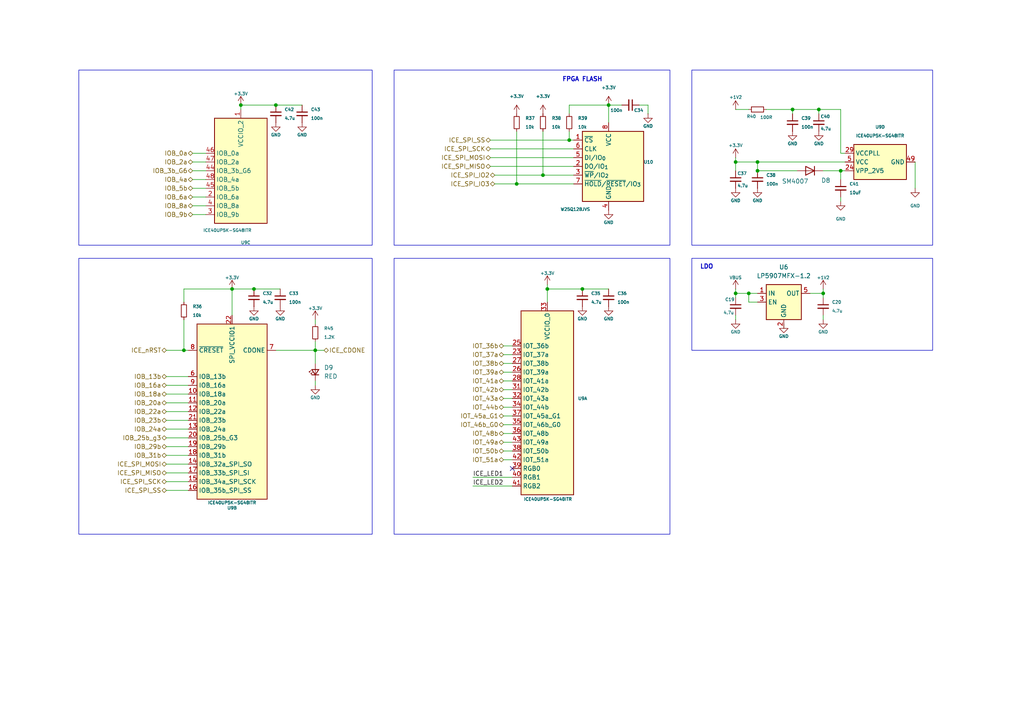
<source format=kicad_sch>
(kicad_sch (version 20250114) (generator "eeschema") (generator_version "9.0")
  (paper "A4")
  (lib_symbols
    (symbol "Device:C_Small" (pin_numbers (hide yes)) (pin_names (offset 0.254) (hide yes))
      (property "Reference" "C" (at 0.254 1.778 0))
      (property "Value" "C_Small" (at 0.254 -2.032 0))
      (symbol "C_Small_0_1"
        (polyline (pts (xy -1.524 0.508) (xy 1.524 0.508)) (stroke (width 0.3048)))
        (polyline (pts (xy -1.524 -0.508) (xy 1.524 -0.508)) (stroke (width 0.3302)))
      )
      (symbol "C_Small_1_1"
        (pin passive line (at 0 2.54 270) (length 2.032) (name "~") (number "1"))
        (pin passive line (at 0 -2.54 90) (length 2.032) (name "~") (number "2"))
      )
    )
    (symbol "Device:LED_Small" (pin_numbers (hide yes)) (pin_names (offset 0.254) (hide yes))
      (property "Reference" "D" (at -1.27 3.175 0))
      (property "Value" "LED_Small" (at -4.445 -2.54 0))
      (symbol "LED_Small_0_1"
        (polyline (pts (xy -0.762 -1.016) (xy -0.762 1.016)) (stroke (width 0.254)))
        (polyline (pts (xy 0 0.762) (xy -0.508 1.27) (xy -0.254 1.27) (xy -0.508 1.27) (xy -0.508 1.016)))
        (polyline (pts (xy 0.508 1.27) (xy 0 1.778) (xy 0.254 1.778) (xy 0 1.778) (xy 0 1.524)))
        (polyline (pts (xy 0.762 -1.016) (xy -0.762 0) (xy 0.762 1.016) (xy 0.762 -1.016)) (stroke (width 0.254)))
        (polyline (pts (xy 1.016 0) (xy -0.762 0)))
      )
      (symbol "LED_Small_1_1"
        (pin passive line (at -2.54 0 0) (length 1.778) (name "K") (number "1"))
        (pin passive line (at 2.54 0 180) (length 1.778) (name "A") (number "2"))
      )
    )
    (symbol "Device:R_Small" (pin_numbers (hide yes)) (pin_names (offset 0.254) (hide yes))
      (property "Reference" "R" (at 0.762 0.508 0))
      (property "Value" "R_Small" (at 0.762 -1.016 0))
      (symbol "R_Small_0_1"
        (rectangle (start -0.762 1.778) (end 0.762 -1.778) (stroke (width 0.2032)))
      )
      (symbol "R_Small_1_1"
        (pin passive line (at 0 2.54 270) (length 0.762) (name "~") (number "1"))
        (pin passive line (at 0 -2.54 90) (length 0.762) (name "~") (number "2"))
      )
    )
    (symbol "Diode:SM4007" (pin_numbers (hide yes)) (pin_names (hide yes))
      (property "Reference" "D" (at 0 2.54 0))
      (property "Value" "SM4007" (at 0 -2.54 0))
      (symbol "SM4007_0_1"
        (polyline (pts (xy -1.27 1.27) (xy -1.27 -1.27)) (stroke (width 0.254)))
        (polyline (pts (xy 1.27 1.27) (xy 1.27 -1.27) (xy -1.27 0) (xy 1.27 1.27)) (stroke (width 0.254)))
        (polyline (pts (xy 1.27 0) (xy -1.27 0)))
      )
      (symbol "SM4007_1_1"
        (pin passive line (at -3.81 0 0) (length 2.54) (name "K") (number "1"))
        (pin passive line (at 3.81 0 180) (length 2.54) (name "A") (number "2"))
      )
    )
    (symbol "FPGA_Lattice:ICE40UP5K-SG48ITR"
      (property "Reference" "U" (at -8.89 -29.21 0))
      (property "Value" "ICE40UP5K-SG48ITR" (at 0 -31.75 0))
      (symbol "ICE40UP5K-SG48ITR_1_1"
        (rectangle (start -7.62 25.4) (end 7.62 -27.94) (stroke (width 0.254)) (fill (type background)))
        (pin bidirectional line (at -10.16 15.24 0) (length 2.54) (name "IOT_36b") (number "25"))
        (pin bidirectional line (at -10.16 12.7 0) (length 2.54) (name "IOT_37a") (number "23"))
        (pin bidirectional line (at -10.16 10.16 0) (length 2.54) (name "IOT_38b") (number "27"))
        (pin bidirectional line (at -10.16 7.62 0) (length 2.54) (name "IOT_39a") (number "26"))
        (pin bidirectional line (at -10.16 5.08 0) (length 2.54) (name "IOT_41a") (number "28"))
        (pin bidirectional line (at -10.16 2.54 0) (length 2.54) (name "IOT_42b") (number "31"))
        (pin bidirectional line (at -10.16 0 0) (length 2.54) (name "IOT_43a") (number "32"))
        (pin bidirectional line (at -10.16 -2.54 0) (length 2.54) (name "IOT_44b") (number "34"))
        (pin bidirectional line (at -10.16 -5.08 0) (length 2.54) (name "IOT_45a_G1") (number "37"))
        (pin bidirectional line (at -10.16 -7.62 0) (length 2.54) (name "IOT_46b_G0") (number "35"))
        (pin bidirectional line (at -10.16 -10.16 0) (length 2.54) (name "IOT_48b") (number "36"))
        (pin bidirectional line (at -10.16 -12.7 0) (length 2.54) (name "IOT_49a") (number "43"))
        (pin bidirectional line (at -10.16 -15.24 0) (length 2.54) (name "IOT_50b") (number "38"))
        (pin bidirectional line (at -10.16 -17.78 0) (length 2.54) (name "IOT_51a") (number "42"))
        (pin open_collector line (at -10.16 -20.32 0) (length 2.54) (name "RGB0") (number "39"))
        (pin open_collector line (at -10.16 -22.86 0) (length 2.54) (name "RGB1") (number "40"))
        (pin open_collector line (at -10.16 -25.4 0) (length 2.54) (name "RGB2") (number "41"))
        (pin power_in line (at 0 27.94 270) (length 2.54) (name "VCCIO_0") (number "33"))
      )
      (symbol "ICE40UP5K-SG48ITR_2_1"
        (rectangle (start -10.16 25.4) (end 10.16 -25.4) (stroke (width 0.254)) (fill (type background)))
        (pin input line (at -12.7 17.78 0) (length 2.54) (name "~{CRESET}") (number "8"))
        (pin bidirectional line (at -12.7 10.16 0) (length 2.54) (name "IOB_13b") (number "6"))
        (pin bidirectional line (at -12.7 7.62 0) (length 2.54) (name "IOB_16a") (number "9"))
        (pin bidirectional line (at -12.7 5.08 0) (length 2.54) (name "IOB_18a") (number "10"))
        (pin bidirectional line (at -12.7 2.54 0) (length 2.54) (name "IOB_20a") (number "11"))
        (pin bidirectional line (at -12.7 0 0) (length 2.54) (name "IOB_22a") (number "12"))
        (pin bidirectional line (at -12.7 -2.54 0) (length 2.54) (name "IOB_23b") (number "21"))
        (pin bidirectional line (at -12.7 -5.08 0) (length 2.54) (name "IOB_24a") (number "13"))
        (pin bidirectional line (at -12.7 -7.62 0) (length 2.54) (name "IOB_25b_G3") (number "20"))
        (pin bidirectional line (at -12.7 -10.16 0) (length 2.54) (name "IOB_29b") (number "19"))
        (pin bidirectional line (at -12.7 -12.7 0) (length 2.54) (name "IOB_31b") (number "18"))
        (pin bidirectional line (at -12.7 -15.24 0) (length 2.54) (name "IOB_32a_SPI_SO") (number "14"))
        (pin bidirectional line (at -12.7 -17.78 0) (length 2.54) (name "IOB_33b_SPI_SI") (number "17"))
        (pin bidirectional line (at -12.7 -20.32 0) (length 2.54) (name "IOB_34a_SPI_SCK") (number "15"))
        (pin bidirectional line (at -12.7 -22.86 0) (length 2.54) (name "IOB_35b_SPI_SS") (number "16"))
        (pin power_in line (at 0 27.94 270) (length 2.54) (name "SPI_VCCIO1") (number "22"))
        (pin open_collector line (at 12.7 17.78 180) (length 2.54) (name "CDONE") (number "7"))
      )
      (symbol "ICE40UP5K-SG48ITR_3_1"
        (rectangle (start -7.62 15.24) (end 7.62 -15.24) (stroke (width 0.254)) (fill (type background)))
        (pin bidirectional line (at -10.16 5.08 0) (length 2.54) (name "IOB_0a") (number "46"))
        (pin bidirectional line (at -10.16 2.54 0) (length 2.54) (name "IOB_2a") (number "47"))
        (pin bidirectional line (at -10.16 0 0) (length 2.54) (name "IOB_3b_G6") (number "44"))
        (pin bidirectional line (at -10.16 -2.54 0) (length 2.54) (name "IOB_4a") (number "48"))
        (pin bidirectional line (at -10.16 -5.08 0) (length 2.54) (name "IOB_5b") (number "45"))
        (pin bidirectional line (at -10.16 -7.62 0) (length 2.54) (name "IOB_6a") (number "2"))
        (pin bidirectional line (at -10.16 -10.16 0) (length 2.54) (name "IOB_8a") (number "4"))
        (pin bidirectional line (at -10.16 -12.7 0) (length 2.54) (name "IOB_9b") (number "3"))
        (pin power_in line (at 0 17.78 270) (length 2.54) (name "VCCIO_2") (number "1"))
      )
      (symbol "ICE40UP5K-SG48ITR_4_1"
        (rectangle (start -5.08 7.62) (end 5.08 -7.62) (stroke (width 0.254)) (fill (type background)))
        (pin power_in line (at -2.54 10.16 270) (length 2.54) (name "VPP_2V5") (number "24"))
        (pin passive line (at 0 10.16 270) (length 2.54) (hide yes) (name "VCC") (number "30"))
        (pin power_in line (at 0 10.16 270) (length 2.54) (name "VCC") (number "5"))
        (pin power_in line (at 0 -10.16 90) (length 2.54) (name "GND") (number "49"))
        (pin power_out line (at 2.54 10.16 270) (length 2.54) (name "VCCPLL") (number "29"))
      )
    )
    (symbol "Memory_Flash:W25Q128JVS"
      (property "Reference" "U" (at -6.35 11.43 0))
      (property "Value" "W25Q128JVS" (at 7.62 11.43 0))
      (symbol "W25Q128JVS_0_1"
        (rectangle (start -7.62 10.16) (end 10.16 -10.16) (stroke (width 0.254)) (fill (type background)))
      )
      (symbol "W25Q128JVS_1_1"
        (pin input line (at -10.16 7.62 0) (length 2.54) (name "~{CS}") (number "1"))
        (pin input line (at -10.16 5.08 0) (length 2.54) (name "CLK") (number "6"))
        (pin bidirectional line (at -10.16 2.54 0) (length 2.54) (name "DI/IO_{0}") (number "5"))
        (pin bidirectional line (at -10.16 0 0) (length 2.54) (name "DO/IO_{1}") (number "2"))
        (pin bidirectional line (at -10.16 -2.54 0) (length 2.54) (name "~{WP}/IO_{2}") (number "3"))
        (pin bidirectional line (at -10.16 -5.08 0) (length 2.54) (name "~{HOLD}/~{RESET}/IO_{3}") (number "7"))
        (pin power_in line (at 0 12.7 270) (length 2.54) (name "VCC") (number "8"))
        (pin power_in line (at 0 -12.7 90) (length 2.54) (name "GND") (number "4"))
      )
    )
    (symbol "Regulator_Linear:LP5907MFX-1.2"
      (property "Reference" "U" (at -3.81 6.35 0))
      (property "Value" "LP5907MFX-1.2" (at 6.35 6.35 0))
      (symbol "LP5907MFX-1.2_0_1"
        (rectangle (start -5.08 -5.08) (end 5.08 5.08) (stroke (width 0.254)) (fill (type background)))
        (pin power_in line (at -7.62 2.54 0) (length 2.54) (name "IN") (number "1"))
        (pin input line (at -7.62 0 0) (length 2.54) (name "EN") (number "3"))
        (pin power_in line (at 0 -7.62 90) (length 2.54) (name "GND") (number "2"))
        (pin no_connect line (at 5.08 0 180) (length 2.54) (hide yes) (name "NC") (number "4"))
        (pin power_out line (at 7.62 2.54 180) (length 2.54) (name "OUT") (number "5"))
      )
    )
    (symbol "power:+1V2" (power) (pin_numbers (hide yes)) (pin_names (offset 0) (hide yes))
      (property "Value" "+1V2" (at 0 3.556 0))
      (symbol "+1V2_0_1"
        (polyline (pts (xy -0.762 1.27) (xy 0 2.54)))
        (polyline (pts (xy 0 2.54) (xy 0.762 1.27)))
        (polyline (pts (xy 0 0) (xy 0 2.54)))
      )
      (symbol "+1V2_1_1"
        (pin power_in line (at 0 0 90) (length 0) (name "~") (number "1"))
      )
    )
    (symbol "power:+3.3V" (power) (pin_numbers (hide yes)) (pin_names (offset 0) (hide yes))
      (property "Value" "+3.3V" (at 0 3.556 0))
      (symbol "+3.3V_0_1"
        (polyline (pts (xy -0.762 1.27) (xy 0 2.54)))
        (polyline (pts (xy 0 2.54) (xy 0.762 1.27)))
        (polyline (pts (xy 0 0) (xy 0 2.54)))
      )
      (symbol "+3.3V_1_1"
        (pin power_in line (at 0 0 90) (length 0) (name "~") (number "1"))
      )
    )
    (symbol "power:GND" (power) (pin_numbers (hide yes)) (pin_names (offset 0) (hide yes))
      (property "Value" "GND" (at 0 -3.81 0))
      (symbol "GND_0_1"
        (polyline (pts (xy 0 0) (xy 0 -1.27) (xy 1.27 -1.27) (xy 0 -2.54) (xy -1.27 -1.27) (xy 0 -1.27)))
      )
      (symbol "GND_1_1"
        (pin power_in line (at 0 0 270) (length 0) (name "~") (number "1"))
      )
    )
    (symbol "power:VBUS" (power) (pin_numbers (hide yes)) (pin_names (offset 0) (hide yes))
      (property "Value" "VBUS" (at 0 3.556 0))
      (symbol "VBUS_0_1"
        (polyline (pts (xy -0.762 1.27) (xy 0 2.54)))
        (polyline (pts (xy 0 2.54) (xy 0.762 1.27)))
        (polyline (pts (xy 0 0) (xy 0 2.54)))
      )
      (symbol "VBUS_1_1"
        (pin power_in line (at 0 0 90) (length 0) (name "~") (number "1"))
      )
    )
  )
  (rectangle (start 200.66 20.32) (end 270.51 71.12))
  (rectangle (start 114.3 20.32) (end 194.31 71.12))
  (rectangle (start 22.86 20.32) (end 107.95 71.12))
  (rectangle (start 114.3 74.93) (end 194.31 154.94))
  (rectangle (start 22.86 74.93) (end 107.95 154.94))
  (rectangle (start 200.66 74.93) (end 270.51 101.6))
  (text "LDO" (at 204.978 77.47 0) (effects (font (size 1.27 1.27) (thickness 0.254) (bold yes))))
  (text "FPGA FLASH\n" (at 168.91 23.114 0) (effects (font (size 1.27 1.27) (thickness 0.254) (bold yes))))
  (junction (at 237.49 31.75))
  (junction (at 219.71 46.99))
  (junction (at 149.86 53.34))
  (junction (at 165.1 40.64))
  (junction (at 243.84 49.53))
  (junction (at 69.85 30.48))
  (junction (at 217.17 85.09))
  (junction (at 176.53 30.48))
  (junction (at 213.36 85.09))
  (junction (at 168.91 83.82))
  (junction (at 53.34 101.6))
  (junction (at 213.36 46.99))
  (junction (at 219.71 49.53))
  (junction (at 73.66 83.82))
  (junction (at 91.44 101.6))
  (junction (at 229.87 31.75))
  (junction (at 67.31 83.82))
  (junction (at 238.76 85.09))
  (junction (at 157.48 50.8))
  (junction (at 158.75 83.82))
  (junction (at 80.01 30.48))
  (no_connect (at 148.59 135.89))
  (wire (pts (xy 158.75 83.82) (xy 168.91 83.82)))
  (wire (pts (xy 243.84 44.45) (xy 243.84 31.75)))
  (wire (pts (xy 222.25 31.75) (xy 229.87 31.75)))
  (wire (pts (xy 158.75 82.55) (xy 158.75 83.82)))
  (wire (pts (xy 245.11 49.53) (xy 243.84 49.53)))
  (wire (pts (xy 176.53 30.48) (xy 176.53 35.56)))
  (wire (pts (xy 149.86 38.1) (xy 149.86 53.34)))
  (wire (pts (xy 48.26 134.62) (xy 54.61 134.62)))
  (wire (pts (xy 142.24 48.26) (xy 166.37 48.26)))
  (wire (pts (xy 53.34 92.71) (xy 53.34 101.6)))
  (wire (pts (xy 166.37 50.8) (xy 157.48 50.8)))
  (wire (pts (xy 227.33 95.25) (xy 227.33 93.98)))
  (wire (pts (xy 91.44 110.49) (xy 91.44 111.76)))
  (wire (pts (xy 213.36 46.99) (xy 219.71 46.99)))
  (wire (pts (xy 146.05 120.65) (xy 148.59 120.65)))
  (wire (pts (xy 67.31 83.82) (xy 67.31 91.44)))
  (wire (pts (xy 165.1 30.48) (xy 176.53 30.48)))
  (wire (pts (xy 217.17 85.09) (xy 217.17 87.63)))
  (wire (pts (xy 146.05 130.81) (xy 148.59 130.81)))
  (wire (pts (xy 142.24 43.18) (xy 166.37 43.18)))
  (wire (pts (xy 146.05 113.03) (xy 148.59 113.03)))
  (wire (pts (xy 229.87 31.75) (xy 237.49 31.75)))
  (wire (pts (xy 213.36 85.09) (xy 213.36 86.36)))
  (wire (pts (xy 213.36 83.82) (xy 213.36 85.09)))
  (wire (pts (xy 55.88 52.07) (xy 59.69 52.07)))
  (wire (pts (xy 213.36 31.75) (xy 217.17 31.75)))
  (wire (pts (xy 80.01 30.48) (xy 87.63 30.48)))
  (wire (pts (xy 238.76 91.44) (xy 238.76 92.71)))
  (wire (pts (xy 55.88 59.69) (xy 59.69 59.69)))
  (wire (pts (xy 146.05 110.49) (xy 148.59 110.49)))
  (wire (pts (xy 48.26 101.6) (xy 53.34 101.6)))
  (wire (pts (xy 53.34 87.63) (xy 53.34 83.82)))
  (wire (pts (xy 165.1 38.1) (xy 165.1 40.64)))
  (wire (pts (xy 146.05 123.19) (xy 148.59 123.19)))
  (wire (pts (xy 238.76 85.09) (xy 238.76 86.36)))
  (wire (pts (xy 143.51 50.8) (xy 157.48 50.8)))
  (wire (pts (xy 187.96 30.48) (xy 185.42 30.48)))
  (wire (pts (xy 55.88 44.45) (xy 59.69 44.45)))
  (wire (pts (xy 48.26 139.7) (xy 54.61 139.7)))
  (wire (pts (xy 142.24 45.72) (xy 166.37 45.72)))
  (wire (pts (xy 69.85 30.48) (xy 69.85 31.75)))
  (wire (pts (xy 146.05 107.95) (xy 148.59 107.95)))
  (wire (pts (xy 165.1 33.02) (xy 165.1 30.48)))
  (wire (pts (xy 55.88 57.15) (xy 59.69 57.15)))
  (wire (pts (xy 48.26 111.76) (xy 54.61 111.76)))
  (wire (pts (xy 146.05 115.57) (xy 148.59 115.57)))
  (wire (pts (xy 48.26 119.38) (xy 54.61 119.38)))
  (wire (pts (xy 166.37 40.64) (xy 165.1 40.64)))
  (wire (pts (xy 48.26 127) (xy 54.61 127)))
  (wire (pts (xy 168.91 83.82) (xy 176.53 83.82)))
  (wire (pts (xy 238.76 49.53) (xy 243.84 49.53)))
  (wire (pts (xy 137.16 140.97) (xy 148.59 140.97)))
  (wire (pts (xy 142.24 40.64) (xy 165.1 40.64)))
  (wire (pts (xy 143.51 53.34) (xy 149.86 53.34)))
  (wire (pts (xy 73.66 83.82) (xy 81.28 83.82)))
  (wire (pts (xy 213.36 91.44) (xy 213.36 92.71)))
  (wire (pts (xy 48.26 116.84) (xy 54.61 116.84)))
  (wire (pts (xy 146.05 128.27) (xy 148.59 128.27)))
  (wire (pts (xy 219.71 46.99) (xy 219.71 49.53)))
  (wire (pts (xy 219.71 46.99) (xy 245.11 46.99)))
  (wire (pts (xy 265.43 46.99) (xy 265.43 54.61)))
  (wire (pts (xy 91.44 101.6) (xy 91.44 105.41)))
  (wire (pts (xy 180.34 30.48) (xy 176.53 30.48)))
  (wire (pts (xy 91.44 92.71) (xy 91.44 93.98)))
  (wire (pts (xy 146.05 105.41) (xy 148.59 105.41)))
  (wire (pts (xy 146.05 133.35) (xy 148.59 133.35)))
  (wire (pts (xy 48.26 124.46) (xy 54.61 124.46)))
  (wire (pts (xy 48.26 121.92) (xy 54.61 121.92)))
  (wire (pts (xy 69.85 30.48) (xy 80.01 30.48)))
  (wire (pts (xy 48.26 137.16) (xy 54.61 137.16)))
  (wire (pts (xy 53.34 83.82) (xy 67.31 83.82)))
  (wire (pts (xy 213.36 45.72) (xy 213.36 46.99)))
  (wire (pts (xy 187.96 33.02) (xy 187.96 30.48)))
  (wire (pts (xy 137.16 138.43) (xy 148.59 138.43)))
  (wire (pts (xy 48.26 114.3) (xy 54.61 114.3)))
  (wire (pts (xy 229.87 31.75) (xy 229.87 33.02)))
  (wire (pts (xy 238.76 85.09) (xy 238.76 83.82)))
  (wire (pts (xy 91.44 99.06) (xy 91.44 101.6)))
  (wire (pts (xy 146.05 100.33) (xy 148.59 100.33)))
  (wire (pts (xy 243.84 44.45) (xy 245.11 44.45)))
  (wire (pts (xy 146.05 118.11) (xy 148.59 118.11)))
  (wire (pts (xy 55.88 54.61) (xy 59.69 54.61)))
  (wire (pts (xy 217.17 85.09) (xy 219.71 85.09)))
  (wire (pts (xy 48.26 129.54) (xy 54.61 129.54)))
  (wire (pts (xy 48.26 109.22) (xy 54.61 109.22)))
  (wire (pts (xy 146.05 102.87) (xy 148.59 102.87)))
  (wire (pts (xy 67.31 83.82) (xy 73.66 83.82)))
  (wire (pts (xy 146.05 125.73) (xy 148.59 125.73)))
  (wire (pts (xy 243.84 49.53) (xy 243.84 52.07)))
  (wire (pts (xy 48.26 142.24) (xy 54.61 142.24)))
  (wire (pts (xy 158.75 83.82) (xy 158.75 87.63)))
  (wire (pts (xy 237.49 31.75) (xy 237.49 33.02)))
  (wire (pts (xy 234.95 85.09) (xy 238.76 85.09)))
  (wire (pts (xy 231.14 49.53) (xy 219.71 49.53)))
  (wire (pts (xy 243.84 31.75) (xy 237.49 31.75)))
  (wire (pts (xy 48.26 132.08) (xy 54.61 132.08)))
  (wire (pts (xy 243.84 58.42) (xy 243.84 57.15)))
  (wire (pts (xy 91.44 101.6) (xy 93.98 101.6)))
  (wire (pts (xy 55.88 46.99) (xy 59.69 46.99)))
  (wire (pts (xy 55.88 49.53) (xy 59.69 49.53)))
  (wire (pts (xy 213.36 85.09) (xy 217.17 85.09)))
  (wire (pts (xy 149.86 53.34) (xy 166.37 53.34)))
  (wire (pts (xy 219.71 87.63) (xy 217.17 87.63)))
  (wire (pts (xy 80.01 101.6) (xy 91.44 101.6)))
  (wire (pts (xy 213.36 46.99) (xy 213.36 49.53)))
  (wire (pts (xy 53.34 101.6) (xy 54.61 101.6)))
  (wire (pts (xy 55.88 62.23) (xy 59.69 62.23)))
  (wire (pts (xy 157.48 50.8) (xy 157.48 38.1)))
  (label "ICE_LED2" (at 137.16 140.97 0))
  (label "ICE_LED1" (at 137.16 138.43 0))
  (hierarchical_label "IOB_22a" (shape bidirectional) (at 48.26 119.38 180))
  (hierarchical_label "IOT_43a" (shape bidirectional) (at 146.05 115.57 180))
  (hierarchical_label "IOB_0a" (shape bidirectional) (at 55.88 44.45 180))
  (hierarchical_label "ICE_CDONE" (shape bidirectional) (at 93.98 101.6 0))
  (hierarchical_label "IOT_51a" (shape bidirectional) (at 146.05 133.35 180))
  (hierarchical_label "IOB_9b" (shape bidirectional) (at 55.88 62.23 180))
  (hierarchical_label "IOB_2a" (shape bidirectional) (at 55.88 46.99 180))
  (hierarchical_label "IOB_24a" (shape bidirectional) (at 48.26 124.46 180))
  (hierarchical_label "IOT_46b_G0" (shape bidirectional) (at 146.05 123.19 180))
  (hierarchical_label "IOB_13b" (shape bidirectional) (at 48.26 109.22 180))
  (hierarchical_label "IOT_48b" (shape bidirectional) (at 146.05 125.73 180))
  (hierarchical_label "ICE_SPI_MOSI" (shape bidirectional) (at 142.24 45.72 180))
  (hierarchical_label "IOB_31b" (shape bidirectional) (at 48.26 132.08 180))
  (hierarchical_label "IOT_49a" (shape bidirectional) (at 146.05 128.27 180))
  (hierarchical_label "IOB_29b" (shape bidirectional) (at 48.26 129.54 180))
  (hierarchical_label "IOT_42b" (shape bidirectional) (at 146.05 113.03 180))
  (hierarchical_label "IOT_44b" (shape bidirectional) (at 146.05 118.11 180))
  (hierarchical_label "IOB_6a" (shape bidirectional) (at 55.88 57.15 180))
  (hierarchical_label "ICE_SPI_MOSI" (shape bidirectional) (at 48.26 134.62 180))
  (hierarchical_label "IOB_16a" (shape bidirectional) (at 48.26 111.76 180))
  (hierarchical_label "ICE_SPI_SCK" (shape bidirectional) (at 48.26 139.7 180))
  (hierarchical_label "ICE_SPI_SS" (shape bidirectional) (at 48.26 142.24 180))
  (hierarchical_label "ICE_SPI_SS" (shape bidirectional) (at 142.24 40.64 180))
  (hierarchical_label "ICE_SPI_IO2" (shape bidirectional) (at 143.51 50.8 180))
  (hierarchical_label "IOT_39a" (shape bidirectional) (at 146.05 107.95 180))
  (hierarchical_label "ICE_SPI_SCK" (shape bidirectional) (at 142.24 43.18 180))
  (hierarchical_label "IOB_3b_G6" (shape bidirectional) (at 55.88 49.53 180))
  (hierarchical_label "IOB_4a" (shape bidirectional) (at 55.88 52.07 180))
  (hierarchical_label "IOT_45a_G1" (shape bidirectional) (at 146.05 120.65 180))
  (hierarchical_label "IOT_37a" (shape bidirectional) (at 146.05 102.87 180))
  (hierarchical_label "IOB_18a" (shape bidirectional) (at 48.26 114.3 180))
  (hierarchical_label "IOT_36b" (shape bidirectional) (at 146.05 100.33 180))
  (hierarchical_label "IOT_50b" (shape bidirectional) (at 146.05 130.81 180))
  (hierarchical_label "ICE_SPI_IO3" (shape bidirectional) (at 143.51 53.34 180))
  (hierarchical_label "IOT_41a" (shape bidirectional) (at 146.05 110.49 180))
  (hierarchical_label "IOB_8a" (shape bidirectional) (at 55.88 59.69 180))
  (hierarchical_label "IOT_38b" (shape bidirectional) (at 146.05 105.41 180))
  (hierarchical_label "IOB_25b_g3" (shape bidirectional) (at 48.26 127 180))
  (hierarchical_label "IOB_20a" (shape bidirectional) (at 48.26 116.84 180))
  (hierarchical_label "ICE_SPI_MISO" (shape bidirectional) (at 142.24 48.26 180))
  (hierarchical_label "IOB_5b" (shape bidirectional) (at 55.88 54.61 180))
  (hierarchical_label "ICE_nRST" (shape bidirectional) (at 48.26 101.6 180))
  (hierarchical_label "IOB_23b" (shape bidirectional) (at 48.26 121.92 180))
  (hierarchical_label "ICE_SPI_MISO" (shape bidirectional) (at 48.26 137.16 180))
  (symbol (lib_id "Diode:SM4007") (at 234.95 49.53 180) (unit 1)
    (property "Reference" "D8" (at 239.522 52.324 0))
    (property "Value" "SM4007" (at 230.632 52.578 0))
    (property "Footprint" "Diode_SMD:D_SOD-123F" (effects (hide yes)))
    (property "Datasheet" "http://cdn-reichelt.de/documents/datenblatt/A400/SMD1N400%23DIO.pdf" (effects (hide yes)))
    (property "Description" "1000V 1A General Purpose Rectifier Diode, MELF" (effects (hide yes)))
    (property "Sim.Device" "D" (effects (hide yes)))
    (property "Sim.Pins" "1=K 2=A" (effects (hide yes)))
  )
  (symbol (lib_id "FPGA_Lattice:ICE40UP5K-SG48ITR") (at 67.31 119.38 0) (unit 2)
    (property "Reference" "U9" (at 67.31 147.32 0) (effects (font (size 0.889 0.889))))
    (property "Value" "ICE40UP5K-SG48ITR" (at 67.31 145.796 0) (effects (font (size 0.889 0.889))))
    (property "Footprint" "Package_DFN_QFN:QFN-48-1EP_7x7mm_P0.5mm_EP5.6x5.6mm" (effects (hide yes)))
    (property "Datasheet" "http://www.latticesemi.com/Products/FPGAandCPLD/iCE40Ultra" (effects (hide yes)))
    (property "Description" "iCE40 UltraPlus FPGA, 5280 LUTs, 1.2V, 48-pin QFN" (effects (hide yes)))
  )
  (symbol (lib_id "power:+3.3V") (at 157.48 33.02 0) (unit 1)
    (property "Reference" "#PWR087" (effects (hide yes)))
    (property "Value" "+3.3V" (at 157.48 27.94 0) (effects (font (size 0.889 0.889))))
    (property "Description" "Power symbol creates a global label with name \"+3.3V\"" (effects (hide yes)))
  )
  (symbol (lib_id "FPGA_Lattice:ICE40UP5K-SG48ITR") (at 255.27 46.99 90) (unit 4)
    (property "Reference" "U9" (at 255.27 36.83 90) (effects (font (size 0.889 0.889))))
    (property "Value" "ICE40UP5K-SG48ITR" (at 255.27 39.37 90) (effects (font (size 0.889 0.889))))
    (property "Footprint" "Package_DFN_QFN:QFN-48-1EP_7x7mm_P0.5mm_EP5.6x5.6mm" (effects (hide yes)))
    (property "Datasheet" "http://www.latticesemi.com/Products/FPGAandCPLD/iCE40Ultra" (effects (hide yes)))
    (property "Description" "iCE40 UltraPlus FPGA, 5280 LUTs, 1.2V, 48-pin QFN" (effects (hide yes)))
  )
  (symbol (lib_id "power:GND") (at 227.33 93.98 0) (unit 1)
    (property "Reference" "#PWR038" (effects (hide yes)))
    (property "Value" "GND" (at 227.33 97.536 0) (effects (font (size 0.889 0.889))))
    (property "Description" "Power symbol creates a global label with name \"GND\" , ground" (effects (hide yes)))
  )
  (symbol (lib_id "power:GND") (at 219.71 54.61 0) (mirror y) (unit 1)
    (property "Reference" "#PWR096" (effects (hide yes)))
    (property "Value" "GND" (at 219.71 58.166 0) (effects (font (size 0.889 0.889))))
    (property "Description" "Power symbol creates a global label with name \"GND\" , ground" (effects (hide yes)))
  )
  (symbol (lib_id "power:GND") (at 238.76 92.71 0) (unit 1)
    (property "Reference" "#PWR045" (effects (hide yes)))
    (property "Value" "GND" (at 238.76 96.266 0) (effects (font (size 0.889 0.889))))
    (property "Description" "Power symbol creates a global label with name \"GND\" , ground" (effects (hide yes)))
  )
  (symbol (lib_id "Device:LED_Small") (at 91.44 107.95 90) (unit 1)
    (property "Reference" "D9" (at 93.98 106.6164 90) (effects (justify right)))
    (property "Value" "RED" (at 93.98 109.1564 90) (effects (justify right)))
    (property "Footprint" "LED_SMD:LED_0603_1608Metric" (effects (hide yes)))
    (property "Description" "Light emitting diode, small symbol" (effects (hide yes)))
    (property "Sim.Pin" "1=K 2=A" (effects (hide yes)))
  )
  (symbol (lib_id "power:GND") (at 243.84 58.42 0) (mirror y) (unit 1)
    (property "Reference" "#PWR0100" (effects (hide yes)))
    (property "Value" "GND" (at 243.84 63.5 0) (effects (font (size 0.889 0.889))))
    (property "Description" "Power symbol creates a global label with name \"GND\" , ground" (effects (hide yes)))
  )
  (symbol (lib_id "Device:C_Small") (at 73.66 86.36 0) (unit 1)
    (property "Reference" "C32" (at 76.2 85.0963 0) (effects (font (size 0.889 0.889)) (justify left)))
    (property "Value" "4.7u" (at 76.2 87.6363 0) (effects (font (size 0.889 0.889)) (justify left)))
    (property "Footprint" "Capacitor_SMD:C_0603_1608Metric" (effects (hide yes)))
    (property "Description" "Unpolarized capacitor, small symbol" (effects (hide yes)))
  )
  (symbol (lib_id "Memory_Flash:W25Q128JVS") (at 176.53 48.26 0) (unit 1)
    (property "Reference" "U10" (at 186.69 46.9899 0) (effects (font (size 0.889 0.889)) (justify left)))
    (property "Value" "W25Q128JVS" (at 162.56 60.706 0) (effects (font (size 0.889 0.889)) (justify left)))
    (property "Footprint" "Package_SO:SOIC-8_5.3x5.3mm_P1.27mm" (effects (hide yes)))
    (property "Datasheet" "https://www.winbond.com/resource-files/w25q128jv_dtr%20revc%2003272018%20plus.pdf" (effects (hide yes)))
    (property "Description" "128Mbit / 16MiB Serial Flash Memory, Standard/Dual/Quad SPI, 2.7-3.6V, SOIC-8" (effects (hide yes)))
  )
  (symbol (lib_id "power:GND") (at 80.01 35.56 0) (mirror y) (unit 1)
    (property "Reference" "#PWR0102" (effects (hide yes)))
    (property "Value" "GND" (at 80.01 39.116 0) (effects (font (size 0.889 0.889))))
    (property "Description" "Power symbol creates a global label with name \"GND\" , ground" (effects (hide yes)))
  )
  (symbol (lib_id "Device:C_Small") (at 87.63 33.02 0) (unit 1)
    (property "Reference" "C43" (at 90.17 31.7562 0) (effects (font (size 0.889 0.889)) (justify left)))
    (property "Value" "100n" (at 90.17 34.2962 0) (effects (font (size 0.889 0.889)) (justify left)))
    (property "Footprint" "Capacitor_SMD:C_0402_1005Metric" (effects (hide yes)))
    (property "Description" "Unpolarized capacitor, small symbol" (effects (hide yes)))
  )
  (symbol (lib_id "Device:C_Small") (at 219.71 52.07 0) (unit 1)
    (property "Reference" "C38" (at 222.25 50.8062 0) (effects (font (size 0.889 0.889)) (justify left)))
    (property "Value" "100n" (at 222.25 53.3462 0) (effects (font (size 0.889 0.889)) (justify left)))
    (property "Footprint" "Capacitor_SMD:C_0402_1005Metric" (effects (hide yes)))
    (property "Description" "Unpolarized capacitor, small symbol" (effects (hide yes)))
  )
  (symbol (lib_id "Device:C_Small") (at 80.01 33.02 0) (unit 1)
    (property "Reference" "C42" (at 82.55 31.7563 0) (effects (font (size 0.889 0.889)) (justify left)))
    (property "Value" "4.7u" (at 82.55 34.2963 0) (effects (font (size 0.889 0.889)) (justify left)))
    (property "Footprint" "Capacitor_SMD:C_0603_1608Metric" (effects (hide yes)))
    (property "Description" "Unpolarized capacitor, small symbol" (effects (hide yes)))
  )
  (symbol (lib_id "Device:R_Small") (at 149.86 35.56 0) (unit 1)
    (property "Reference" "R37" (at 152.4 34.2899 0) (effects (font (size 0.889 0.889)) (justify left)))
    (property "Value" "10k" (at 152.4 36.8299 0) (effects (font (size 0.889 0.889)) (justify left)))
    (property "Footprint" "Resistor_SMD:R_0402_1005Metric" (effects (hide yes)))
    (property "Description" "Resistor, small symbol" (effects (hide yes)))
  )
  (symbol (lib_id "Device:C_Small") (at 213.36 88.9 0) (unit 1)
    (property "Reference" "C19" (at 210.312 86.868 0) (effects (font (size 0.889 0.889)) (justify left)))
    (property "Value" "4.7u" (at 209.804 90.678 0) (effects (font (size 0.889 0.889)) (justify left)))
    (property "Footprint" "Capacitor_SMD:C_0603_1608Metric" (effects (hide yes)))
    (property "Description" "Unpolarized capacitor, small symbol" (effects (hide yes)))
  )
  (symbol (lib_id "power:GND") (at 237.49 38.1 0) (mirror y) (unit 1)
    (property "Reference" "#PWR099" (effects (hide yes)))
    (property "Value" "GND" (at 237.49 41.656 0) (effects (font (size 0.889 0.889))))
    (property "Description" "Power symbol creates a global label with name \"GND\" , ground" (effects (hide yes)))
  )
  (symbol (lib_id "power:GND") (at 265.43 54.61 0) (mirror y) (unit 1)
    (property "Reference" "#PWR0104" (effects (hide yes)))
    (property "Value" "GND" (at 265.43 59.69 0) (effects (font (size 0.889 0.889))))
    (property "Description" "Power symbol creates a global label with name \"GND\" , ground" (effects (hide yes)))
  )
  (symbol (lib_id "Device:R_Small") (at 157.48 35.56 0) (unit 1)
    (property "Reference" "R38" (at 160.02 34.2899 0) (effects (font (size 0.889 0.889)) (justify left)))
    (property "Value" "10k" (at 160.02 36.8299 0) (effects (font (size 0.889 0.889)) (justify left)))
    (property "Footprint" "Resistor_SMD:R_0402_1005Metric" (effects (hide yes)))
    (property "Description" "Resistor, small symbol" (effects (hide yes)))
  )
  (symbol (lib_id "power:GND") (at 229.87 38.1 0) (mirror y) (unit 1)
    (property "Reference" "#PWR098" (effects (hide yes)))
    (property "Value" "GND" (at 229.87 41.656 0) (effects (font (size 0.889 0.889))))
    (property "Description" "Power symbol creates a global label with name \"GND\" , ground" (effects (hide yes)))
  )
  (symbol (lib_id "Device:C_Small") (at 81.28 86.36 0) (unit 1)
    (property "Reference" "C33" (at 83.82 85.0962 0) (effects (font (size 0.889 0.889)) (justify left)))
    (property "Value" "100n" (at 83.82 87.6362 0) (effects (font (size 0.889 0.889)) (justify left)))
    (property "Footprint" "Capacitor_SMD:C_0402_1005Metric" (effects (hide yes)))
    (property "Description" "Unpolarized capacitor, small symbol" (effects (hide yes)))
  )
  (symbol (lib_id "Device:C_Small") (at 237.49 35.56 0) (unit 1)
    (property "Reference" "C40" (at 237.998 33.782 0) (effects (font (size 0.889 0.889)) (justify left)))
    (property "Value" "4.7u" (at 237.998 37.338 0) (effects (font (size 0.889 0.889)) (justify left)))
    (property "Footprint" "Capacitor_SMD:C_0603_1608Metric" (effects (hide yes)))
    (property "Description" "Unpolarized capacitor, small symbol" (effects (hide yes)))
  )
  (symbol (lib_id "power:+1V2") (at 238.76 83.82 0) (unit 1)
    (property "Reference" "#PWR046" (effects (hide yes)))
    (property "Value" "+1V2" (at 238.76 80.518 0) (effects (font (size 0.889 0.889))))
    (property "Description" "Power symbol creates a global label with name \"+1V2\"" (effects (hide yes)))
  )
  (symbol (lib_id "Device:C_Small") (at 182.88 30.48 270) (mirror x) (unit 1)
    (property "Reference" "C34" (at 183.896 32.004 90) (effects (font (size 0.889 0.889)) (justify left)))
    (property "Value" "100n" (at 177.038 32.004 90) (effects (font (size 0.889 0.889)) (justify left)))
    (property "Footprint" "Capacitor_SMD:C_0402_1005Metric" (effects (hide yes)))
    (property "Description" "Unpolarized capacitor, small symbol" (effects (hide yes)))
  )
  (symbol (lib_id "Device:C_Small") (at 243.84 54.61 0) (unit 1)
    (property "Reference" "C41" (at 246.38 53.3462 0) (effects (font (size 0.889 0.889)) (justify left)))
    (property "Value" "10uF" (at 246.38 55.8862 0) (effects (font (size 0.889 0.889)) (justify left)))
    (property "Footprint" "Capacitor_SMD:C_0603_1608Metric" (effects (hide yes)))
    (property "Description" "Unpolarized capacitor, small symbol" (effects (hide yes)))
  )
  (symbol (lib_id "power:+3.3V") (at 158.75 82.55 0) (unit 1)
    (property "Reference" "#PWR090" (effects (hide yes)))
    (property "Value" "+3.3V" (at 158.75 79.248 0) (effects (font (size 0.889 0.889))))
    (property "Description" "Power symbol creates a global label with name \"+3.3V\"" (effects (hide yes)))
  )
  (symbol (lib_id "Device:R_Small") (at 91.44 96.52 0) (unit 1)
    (property "Reference" "R45" (at 93.98 95.2499 0) (effects (font (size 0.889 0.889)) (justify left)))
    (property "Value" "1.2K" (at 93.98 97.7899 0) (effects (font (size 0.889 0.889)) (justify left)))
    (property "Footprint" "Resistor_SMD:R_0402_1005Metric" (effects (hide yes)))
    (property "Description" "Resistor, small symbol" (effects (hide yes)))
  )
  (symbol (lib_id "Regulator_Linear:LP5907MFX-1.2") (at 227.33 87.63 0) (unit 1)
    (property "Reference" "U6" (at 227.33 77.47 0))
    (property "Value" "LP5907MFX-1.2" (at 227.33 80.01 0))
    (property "Footprint" "Package_TO_SOT_SMD:SOT-23-5" (effects (hide yes)))
    (property "Datasheet" "http://www.ti.com/lit/ds/symlink/lp5907.pdf" (effects (hide yes)))
    (property "Description" "250-mA Ultra-Low-Noise Low-IQ LDO, 1.2V, SOT-23" (effects (hide yes)))
  )
  (symbol (lib_id "power:+3.3V") (at 67.31 83.82 0) (unit 1)
    (property "Reference" "#PWR083" (effects (hide yes)))
    (property "Value" "+3.3V" (at 67.31 80.518 0) (effects (font (size 0.889 0.889))))
    (property "Description" "Power symbol creates a global label with name \"+3.3V\"" (effects (hide yes)))
  )
  (symbol (lib_id "power:+3.3V") (at 213.36 45.72 0) (unit 1)
    (property "Reference" "#PWR094" (effects (hide yes)))
    (property "Value" "+3.3V" (at 213.36 42.164 0) (effects (font (size 0.889 0.889))))
    (property "Description" "Power symbol creates a global label with name \"+3.3V\"" (effects (hide yes)))
  )
  (symbol (lib_id "FPGA_Lattice:ICE40UP5K-SG48ITR") (at 158.75 115.57 0) (unit 1)
    (property "Reference" "U9" (at 167.64 115.5699 0) (effects (font (size 0.889 0.889)) (justify left)))
    (property "Value" "ICE40UP5K-SG48ITR" (at 151.892 144.78 0) (effects (font (size 0.889 0.889)) (justify left)))
    (property "Footprint" "Package_DFN_QFN:QFN-48-1EP_7x7mm_P0.5mm_EP5.6x5.6mm" (effects (hide yes)))
    (property "Datasheet" "http://www.latticesemi.com/Products/FPGAandCPLD/iCE40Ultra" (effects (hide yes)))
    (property "Description" "iCE40 UltraPlus FPGA, 5280 LUTs, 1.2V, 48-pin QFN" (effects (hide yes)))
  )
  (symbol (lib_id "Device:C_Small") (at 168.91 86.36 0) (unit 1)
    (property "Reference" "C35" (at 171.45 85.0963 0) (effects (font (size 0.889 0.889)) (justify left)))
    (property "Value" "4.7u" (at 171.45 87.6363 0) (effects (font (size 0.889 0.889)) (justify left)))
    (property "Footprint" "Capacitor_SMD:C_0603_1608Metric" (effects (hide yes)))
    (property "Description" "Unpolarized capacitor, small symbol" (effects (hide yes)))
  )
  (symbol (lib_id "power:GND") (at 73.66 88.9 0) (mirror y) (unit 1)
    (property "Reference" "#PWR084" (effects (hide yes)))
    (property "Value" "GND" (at 73.66 92.456 0) (effects (font (size 0.889 0.889))))
    (property "Description" "Power symbol creates a global label with name \"GND\" , ground" (effects (hide yes)))
  )
  (symbol (lib_id "power:+3.3V") (at 69.85 30.48 0) (unit 1)
    (property "Reference" "#PWR0101" (effects (hide yes)))
    (property "Value" "+3.3V" (at 69.85 27.178 0) (effects (font (size 0.889 0.889))))
    (property "Description" "Power symbol creates a global label with name \"+3.3V\"" (effects (hide yes)))
  )
  (symbol (lib_id "Device:R_Small") (at 165.1 35.56 0) (unit 1)
    (property "Reference" "R39" (at 167.64 34.2899 0) (effects (font (size 0.889 0.889)) (justify left)))
    (property "Value" "10k" (at 167.64 36.8299 0) (effects (font (size 0.889 0.889)) (justify left)))
    (property "Footprint" "Resistor_SMD:R_0402_1005Metric" (effects (hide yes)))
    (property "Description" "Resistor, small symbol" (effects (hide yes)))
  )
  (symbol (lib_id "power:GND") (at 168.91 88.9 0) (mirror y) (unit 1)
    (property "Reference" "#PWR092" (effects (hide yes)))
    (property "Value" "GND" (at 168.91 92.456 0) (effects (font (size 0.889 0.889))))
    (property "Description" "Power symbol creates a global label with name \"GND\" , ground" (effects (hide yes)))
  )
  (symbol (lib_id "power:+1V2") (at 213.36 31.75 0) (unit 1)
    (property "Reference" "#PWR097" (effects (hide yes)))
    (property "Value" "+1V2" (at 213.36 28.194 0) (effects (font (size 0.889 0.889))))
    (property "Description" "Power symbol creates a global label with name \"+1V2\"" (effects (hide yes)))
  )
  (symbol (lib_id "power:+3.3V") (at 149.86 33.02 0) (unit 1)
    (property "Reference" "#PWR086" (effects (hide yes)))
    (property "Value" "+3.3V" (at 149.86 27.94 0) (effects (font (size 0.889 0.889))))
    (property "Description" "Power symbol creates a global label with name \"+3.3V\"" (effects (hide yes)))
  )
  (symbol (lib_id "power:VBUS") (at 213.36 83.82 0) (unit 1)
    (property "Reference" "#PWR044" (effects (hide yes)))
    (property "Value" "VBUS" (at 213.36 80.518 0) (effects (font (size 0.889 0.889))))
    (property "Description" "Power symbol creates a global label with name \"VBUS\"" (effects (hide yes)))
  )
  (symbol (lib_id "power:GND") (at 87.63 35.56 0) (mirror y) (unit 1)
    (property "Reference" "#PWR0103" (effects (hide yes)))
    (property "Value" "GND" (at 87.63 39.116 0) (effects (font (size 0.889 0.889))))
    (property "Description" "Power symbol creates a global label with name \"GND\" , ground" (effects (hide yes)))
  )
  (symbol (lib_id "power:GND") (at 176.53 88.9 0) (mirror y) (unit 1)
    (property "Reference" "#PWR093" (effects (hide yes)))
    (property "Value" "GND" (at 176.53 92.456 0) (effects (font (size 0.889 0.889))))
    (property "Description" "Power symbol creates a global label with name \"GND\" , ground" (effects (hide yes)))
  )
  (symbol (lib_id "power:GND") (at 176.53 60.96 0) (mirror y) (unit 1)
    (property "Reference" "#PWR089" (effects (hide yes)))
    (property "Value" "GND" (at 176.53 64.516 0) (effects (font (size 0.889 0.889))))
    (property "Description" "Power symbol creates a global label with name \"GND\" , ground" (effects (hide yes)))
  )
  (symbol (lib_id "power:GND") (at 213.36 54.61 0) (mirror y) (unit 1)
    (property "Reference" "#PWR095" (effects (hide yes)))
    (property "Value" "GND" (at 213.36 58.166 0) (effects (font (size 0.889 0.889))))
    (property "Description" "Power symbol creates a global label with name \"GND\" , ground" (effects (hide yes)))
  )
  (symbol (lib_id "power:GND") (at 91.44 111.76 0) (mirror y) (unit 1)
    (property "Reference" "#PWR0116" (effects (hide yes)))
    (property "Value" "GND" (at 91.44 115.316 0) (effects (font (size 0.889 0.889))))
    (property "Description" "Power symbol creates a global label with name \"GND\" , ground" (effects (hide yes)))
  )
  (symbol (lib_id "power:GND") (at 187.96 33.02 0) (mirror y) (unit 1)
    (property "Reference" "#PWR091" (effects (hide yes)))
    (property "Value" "GND" (at 187.96 36.576 0) (effects (font (size 0.889 0.889))))
    (property "Description" "Power symbol creates a global label with name \"GND\" , ground" (effects (hide yes)))
  )
  (symbol (lib_id "power:+3.3V") (at 176.53 30.48 0) (unit 1)
    (property "Reference" "#PWR088" (effects (hide yes)))
    (property "Value" "+3.3V" (at 176.53 25.4 0) (effects (font (size 0.889 0.889))))
    (property "Description" "Power symbol creates a global label with name \"+3.3V\"" (effects (hide yes)))
  )
  (symbol (lib_id "Device:C_Small") (at 238.76 88.9 0) (unit 1)
    (property "Reference" "C20" (at 241.3 87.6363 0) (effects (font (size 0.889 0.889)) (justify left)))
    (property "Value" "4.7u" (at 241.3 90.1763 0) (effects (font (size 0.889 0.889)) (justify left)))
    (property "Footprint" "Capacitor_SMD:C_0603_1608Metric" (effects (hide yes)))
    (property "Description" "Unpolarized capacitor, small symbol" (effects (hide yes)))
  )
  (symbol (lib_id "FPGA_Lattice:ICE40UP5K-SG48ITR") (at 69.85 49.53 0) (unit 3)
    (property "Reference" "U9" (at 69.85 70.358 0) (effects (font (size 0.889 0.889)) (justify left)))
    (property "Value" "ICE40UP5K-SG48ITR" (at 58.928 66.802 0) (effects (font (size 0.889 0.889)) (justify left)))
    (property "Footprint" "Package_DFN_QFN:QFN-48-1EP_7x7mm_P0.5mm_EP5.6x5.6mm" (effects (hide yes)))
    (property "Datasheet" "http://www.latticesemi.com/Products/FPGAandCPLD/iCE40Ultra" (effects (hide yes)))
    (property "Description" "iCE40 UltraPlus FPGA, 5280 LUTs, 1.2V, 48-pin QFN" (effects (hide yes)))
  )
  (symbol (lib_id "power:GND") (at 81.28 88.9 0) (mirror y) (unit 1)
    (property "Reference" "#PWR085" (effects (hide yes)))
    (property "Value" "GND" (at 81.28 92.456 0) (effects (font (size 0.889 0.889))))
    (property "Description" "Power symbol creates a global label with name \"GND\" , ground" (effects (hide yes)))
  )
  (symbol (lib_id "Device:C_Small") (at 229.87 35.56 0) (unit 1)
    (property "Reference" "C39" (at 232.41 34.2962 0) (effects (font (size 0.889 0.889)) (justify left)))
    (property "Value" "100n" (at 232.41 36.8362 0) (effects (font (size 0.889 0.889)) (justify left)))
    (property "Footprint" "Capacitor_SMD:C_0402_1005Metric" (effects (hide yes)))
    (property "Description" "Unpolarized capacitor, small symbol" (effects (hide yes)))
  )
  (symbol (lib_id "Device:R_Small") (at 53.34 90.17 0) (unit 1)
    (property "Reference" "R36" (at 55.88 88.8999 0) (effects (font (size 0.889 0.889)) (justify left)))
    (property "Value" "10k" (at 55.88 91.4399 0) (effects (font (size 0.889 0.889)) (justify left)))
    (property "Footprint" "Resistor_SMD:R_0402_1005Metric" (effects (hide yes)))
    (property "Description" "Resistor, small symbol" (effects (hide yes)))
  )
  (symbol (lib_id "Device:C_Small") (at 213.36 52.07 0) (unit 1)
    (property "Reference" "C37" (at 213.868 50.292 0) (effects (font (size 0.889 0.889)) (justify left)))
    (property "Value" "4.7u" (at 213.868 53.848 0) (effects (font (size 0.889 0.889)) (justify left)))
    (property "Footprint" "Capacitor_SMD:C_0603_1608Metric" (effects (hide yes)))
    (property "Description" "Unpolarized capacitor, small symbol" (effects (hide yes)))
  )
  (symbol (lib_id "power:+3.3V") (at 91.44 92.71 0) (unit 1)
    (property "Reference" "#PWR0117" (effects (hide yes)))
    (property "Value" "+3.3V" (at 91.44 89.408 0) (effects (font (size 0.889 0.889))))
    (property "Description" "Power symbol creates a global label with name \"+3.3V\"" (effects (hide yes)))
  )
  (symbol (lib_id "Device:R_Small") (at 219.71 31.75 270) (unit 1)
    (property "Reference" "R40" (at 217.932 33.782 90) (effects (font (size 0.889 0.889))))
    (property "Value" "100R" (at 222.25 34.036 90) (effects (font (size 0.889 0.889))))
    (property "Footprint" "Resistor_SMD:R_0402_1005Metric" (effects (hide yes)))
    (property "Description" "Resistor, small symbol" (effects (hide yes)))
  )
  (symbol (lib_id "power:GND") (at 213.36 92.71 0) (unit 1)
    (property "Reference" "#PWR043" (effects (hide yes)))
    (property "Value" "GND" (at 213.36 96.266 0) (effects (font (size 0.889 0.889))))
    (property "Description" "Power symbol creates a global label with name \"GND\" , ground" (effects (hide yes)))
  )
  (symbol (lib_id "Device:C_Small") (at 176.53 86.36 0) (unit 1)
    (property "Reference" "C36" (at 179.07 85.0962 0) (effects (font (size 0.889 0.889)) (justify left)))
    (property "Value" "100n" (at 179.07 87.6362 0) (effects (font (size 0.889 0.889)) (justify left)))
    (property "Footprint" "Capacitor_SMD:C_0402_1005Metric" (effects (hide yes)))
    (property "Description" "Unpolarized capacitor, small symbol" (effects (hide yes)))
  )
)
</source>
